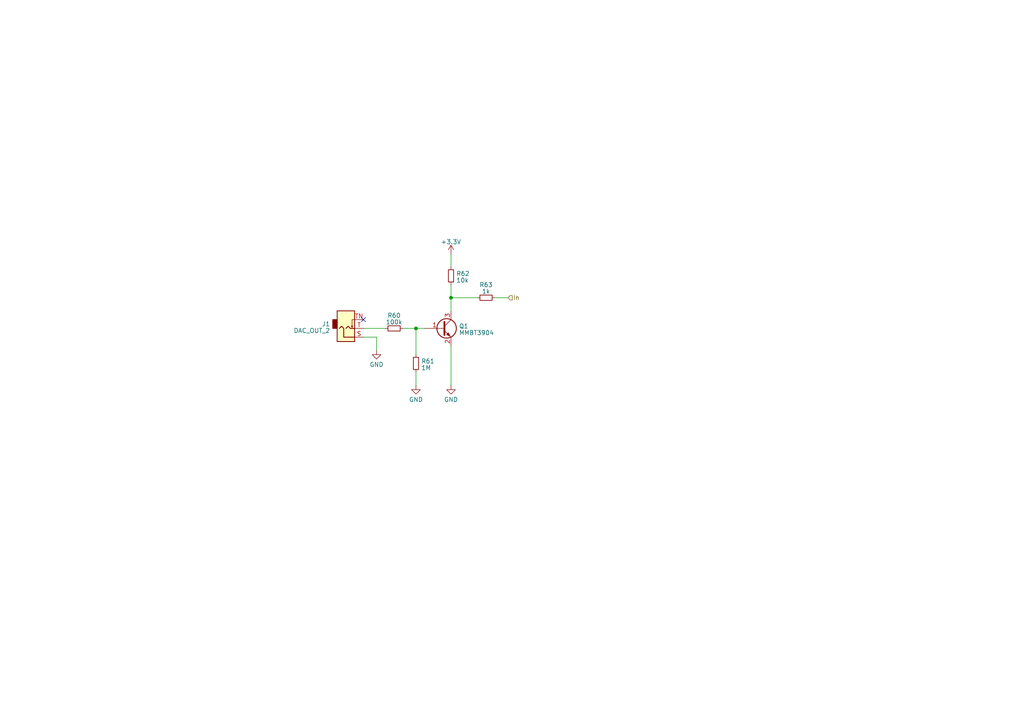
<source format=kicad_sch>
(kicad_sch (version 20230121) (generator eeschema)
  (paper "A4")
  (lib_symbols
    (symbol "Connector_Audio:AudioJack2_SwitchT"
      (property "Reference" "J" (at 0 8.89 0))
      (property "Value" "AudioJack2_SwitchT" (at 0 6.35 0))
      (symbol "AudioJack2_SwitchT_0_1"
        (rectangle (start -2.54 0) (end -3.81 -2.54) (stroke (width 0.254)) (fill (type outline)))
        (polyline (pts (xy 1.778 -0.254) (xy 2.032 -0.762)))
        (polyline (pts (xy 0 0) (xy 0.635 -0.635) (xy 1.27 0) (xy 2.54 0)) (stroke (width 0.254)))
        (polyline (pts (xy 2.54 -2.54) (xy 1.778 -2.54) (xy 1.778 -0.254) (xy 1.524 -0.762)))
        (polyline (pts (xy 2.54 2.54) (xy -0.635 2.54) (xy -0.635 0) (xy -1.27 -0.635) (xy -1.905 0)) (stroke (width 0.254)))
        (rectangle (start 2.54 3.81) (end -2.54 -5.08) (stroke (width 0.254)) (fill (type background)))
      )
      (symbol "AudioJack2_SwitchT_1_1"
        (pin passive line (at 5.08 2.54 180) (length 2.54) (name "~") (number "S"))
        (pin passive line (at 5.08 0 180) (length 2.54) (name "~") (number "T"))
        (pin passive line (at 5.08 -2.54 180) (length 2.54) (name "~") (number "TN"))
      )
    )
    (symbol "Device:R_Small" (pin_numbers hide) (pin_names (offset 0.254) hide)
      (property "Reference" "R" (at 0.762 0.508 0))
      (property "Value" "R_Small" (at 0.762 -1.016 0))
      (symbol "R_Small_0_1"
        (rectangle (start -0.762 1.778) (end 0.762 -1.778) (stroke (width 0.2032)))
      )
      (symbol "R_Small_1_1"
        (pin passive line (at 0 2.54 270) (length 0.762) (name "~") (number "1"))
        (pin passive line (at 0 -2.54 90) (length 0.762) (name "~") (number "2"))
      )
    )
    (symbol "Transistor_BJT:MMBT3904" (pin_names (offset 0) hide)
      (property "Reference" "Q" (at 5.08 1.905 0))
      (property "Value" "MMBT3904" (at 5.08 0 0))
      (symbol "MMBT3904_0_1"
        (polyline (pts (xy 0.635 0.635) (xy 2.54 2.54)))
        (polyline (pts (xy 0.635 -0.635) (xy 2.54 -2.54) (xy 2.54 -2.54)))
        (polyline (pts (xy 0.635 1.905) (xy 0.635 -1.905) (xy 0.635 -1.905)) (stroke (width 0.508)))
        (polyline (pts (xy 1.27 -1.778) (xy 1.778 -1.27) (xy 2.286 -2.286) (xy 1.27 -1.778) (xy 1.27 -1.778)) (fill (type outline)))
        (circle (center 1.27 0) (radius 2.8194) (stroke (width 0.254)))
      )
      (symbol "MMBT3904_1_1"
        (pin input line (at -5.08 0 0) (length 5.715) (name "B") (number "1"))
        (pin passive line (at 2.54 -5.08 90) (length 2.54) (name "E") (number "2"))
        (pin passive line (at 2.54 5.08 270) (length 2.54) (name "C") (number "3"))
      )
    )
    (symbol "power:+3.3V" (power) (pin_names (offset 0))
      (property "Value" "+3.3V" (at 0 3.556 0))
      (symbol "+3.3V_0_1"
        (polyline (pts (xy -0.762 1.27) (xy 0 2.54)))
        (polyline (pts (xy 0 0) (xy 0 2.54)))
        (polyline (pts (xy 0 2.54) (xy 0.762 1.27)))
      )
      (symbol "+3.3V_1_1"
        (pin power_in line (at 0 0 90) (length 0) hide (name "+3.3V") (number "1"))
      )
    )
    (symbol "power:GND" (power) (pin_names (offset 0))
      (property "Value" "GND" (at 0 -3.81 0))
      (symbol "GND_0_1"
        (polyline (pts (xy 0 0) (xy 0 -1.27) (xy 1.27 -1.27) (xy 0 -2.54) (xy -1.27 -1.27) (xy 0 -1.27)))
      )
      (symbol "GND_1_1"
        (pin power_in line (at 0 0 270) (length 0) hide (name "GND") (number "1"))
      )
    )
  )
  (junction (at 130.81 86.36))
  (junction (at 120.65 95.25))
  (no_connect (at 105.41 92.71))
  (wire (pts (xy 120.65 107.95) (xy 120.65 111.76)))
  (wire (pts (xy 105.41 95.25) (xy 111.76 95.25)))
  (wire (pts (xy 130.81 100.33) (xy 130.81 111.76)))
  (wire (pts (xy 120.65 95.25) (xy 123.19 95.25)))
  (wire (pts (xy 143.51 86.36) (xy 147.32 86.36)))
  (wire (pts (xy 109.22 97.79) (xy 109.22 101.6)))
  (wire (pts (xy 105.41 97.79) (xy 109.22 97.79)))
  (wire (pts (xy 120.65 95.25) (xy 120.65 102.87)))
  (wire (pts (xy 130.81 82.55) (xy 130.81 86.36)))
  (wire (pts (xy 130.81 86.36) (xy 130.81 90.17)))
  (wire (pts (xy 130.81 73.66) (xy 130.81 77.47)))
  (wire (pts (xy 116.84 95.25) (xy 120.65 95.25)))
  (wire (pts (xy 130.81 86.36) (xy 138.43 86.36)))
  (hierarchical_label "In" (shape input) (at 147.32 86.36 0))
  (symbol (lib_id "power:GND") (at 120.65 111.76 0) (mirror y) (unit 1)
    (property "Reference" "#PWR05" (effects hide))
    (property "Value" "GND" (at 120.65 115.8955 0))
    (instances (project "audrey-ii-simple_electronics" (path "" (reference "#PWR05") (unit 1)) (path "" (reference "#PWR05") (unit 1)) (path "" (reference "#PWR048") (unit 1))) (project "daisy_dev" (path "" (reference "#PWR09") (unit 1)) (path "" (reference "#PWR048") (unit 1))))
  )
  (symbol (lib_id "Device:R_Small") (at 130.81 80.01 180) (unit 1)
    (property "Reference" "R62" (at 132.3086 79.3663 0) (effects (justify right)))
    (property "Value" "10k" (at 132.3086 81.2873 0) (effects (justify right)))
    (property "Footprint" "Resistor_SMD:R_0603_1608Metric" (effects hide))
  )
  (symbol (lib_id "Device:R_Small") (at 140.97 86.36 270) (unit 1)
    (property "Reference" "R63" (at 140.97 82.6135 90))
    (property "Value" "1k" (at 140.97 84.5345 90))
    (property "Footprint" "Resistor_SMD:R_0603_1608Metric" (effects hide))
  )
  (symbol (lib_id "Device:R_Small") (at 114.3 95.25 90) (unit 1)
    (property "Reference" "R60" (at 114.3 91.5035 90))
    (property "Value" "100k" (at 114.3 93.4245 90))
    (property "Footprint" "Resistor_SMD:R_0603_1608Metric" (effects hide))
  )
  (symbol (lib_id "Device:R_Small") (at 120.65 105.41 180) (unit 1)
    (property "Reference" "R61" (at 122.1486 104.7663 0) (effects (justify right)))
    (property "Value" "1M" (at 122.1486 106.6873 0) (effects (justify right)))
    (property "Footprint" "Resistor_SMD:R_0603_1608Metric" (effects hide))
  )
  (symbol (lib_id "power:GND") (at 130.81 111.76 0) (mirror y) (unit 1)
    (property "Reference" "#PWR05" (effects hide))
    (property "Value" "GND" (at 130.81 115.8955 0))
    (instances (project "audrey-ii-simple_electronics" (path "" (reference "#PWR05") (unit 1)) (path "" (reference "#PWR05") (unit 1)) (path "" (reference "#PWR049") (unit 1))) (project "daisy_dev" (path "" (reference "#PWR09") (unit 1)) (path "" (reference "#PWR048") (unit 1))))
  )
  (symbol (lib_id "Transistor_BJT:MMBT3904") (at 128.27 95.25 0) (unit 1)
    (property "Reference" "Q1" (at 133.1214 94.6063 0) (effects (justify left)))
    (property "Value" "MMBT3904" (at 133.1214 96.5273 0) (effects (justify left)))
    (property "Footprint" "Package_TO_SOT_SMD:SOT-23" (effects hide))
    (property "Datasheet" "https://www.onsemi.com/pub/Collateral/2N3903-D.PDF" (effects hide))
  )
  (symbol (lib_id "power:+3.3V") (at 130.81 73.66 0) (unit 1)
    (property "Reference" "#PWR033" (effects hide))
    (property "Value" "+3.3V" (at 130.81 70.1581 0))
    (instances (project "audrey-ii-simple_electronics" (path "" (reference "#PWR033") (unit 1)) (path "" (reference "#PWR050") (unit 1))) (project "daisy_dev" (path "" (reference "#PWR040") (unit 1))))
  )
  (symbol (lib_id "power:GND") (at 109.22 101.6 0) (mirror y) (unit 1)
    (property "Reference" "#PWR05" (effects hide))
    (property "Value" "GND" (at 109.22 105.7355 0))
    (instances (project "audrey-ii-simple_electronics" (path "" (reference "#PWR05") (unit 1)) (path "" (reference "#PWR05") (unit 1)) (path "" (reference "#PWR047") (unit 1))) (project "daisy_dev" (path "" (reference "#PWR09") (unit 1)) (path "" (reference "#PWR048") (unit 1))))
  )
  (symbol (lib_id "Connector_Audio:AudioJack2_SwitchT") (at 100.33 95.25 0) (mirror x) (unit 1)
    (property "Reference" "J1" (at 95.758 93.9713 0) (effects (justify right)))
    (property "Value" "DAC_OUT_2" (at 95.758 95.8923 0) (effects (justify right)))
    (property "Footprint" "util:Jack_3.5mm_QingPu_WQP-PJ398SM_Vertical_CircularHoles" (effects hide))
    (instances (project "audrey-ii-simple_electronics" (path "" (reference "J1") (unit 1)) (path "" (reference "J1") (unit 1)) (path "" (reference "J16") (unit 1))) (project "daisy_dev" (path "" (reference "J2") (unit 1)) (path "" (reference "J11") (unit 1))))
  )
)
</source>
